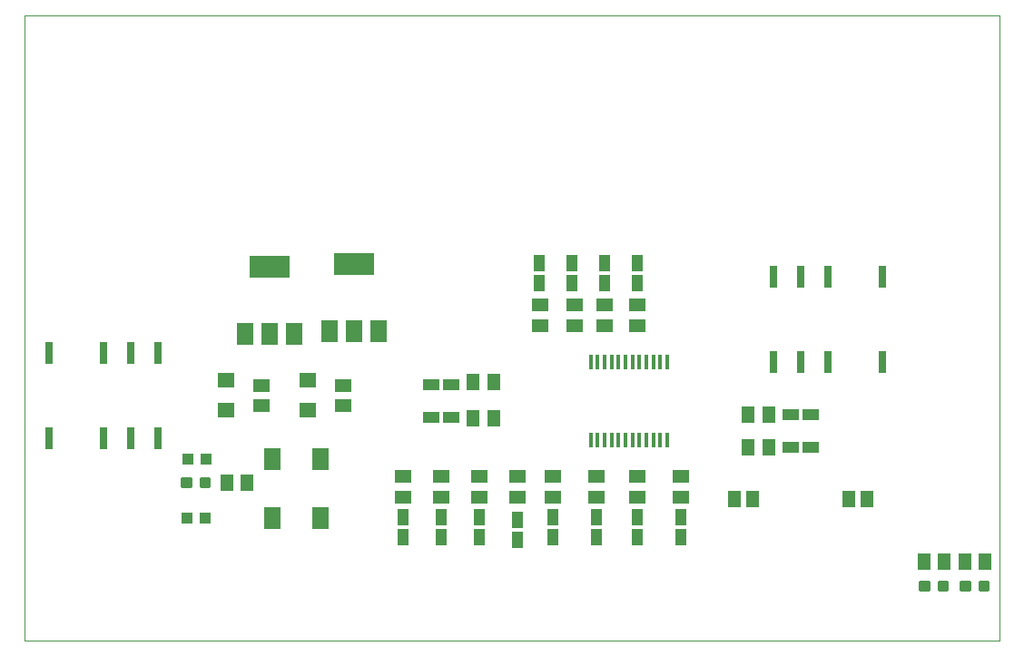
<source format=gtp>
G75*
%MOIN*%
%OFA0B0*%
%FSLAX25Y25*%
%IPPOS*%
%LPD*%
%AMOC8*
5,1,8,0,0,1.08239X$1,22.5*
%
%ADD10C,0.00000*%
%ADD11R,0.06000X0.05000*%
%ADD12R,0.05000X0.06000*%
%ADD13R,0.06299X0.05512*%
%ADD14R,0.06299X0.08268*%
%ADD15R,0.05900X0.07900*%
%ADD16R,0.15000X0.07900*%
%ADD17R,0.03937X0.05906*%
%ADD18R,0.05906X0.03937*%
%ADD19R,0.01370X0.05500*%
%ADD20C,0.01181*%
%ADD21R,0.05118X0.06299*%
%ADD22R,0.04331X0.03937*%
%ADD23R,0.05118X0.05906*%
%ADD24R,0.02500X0.07874*%
D10*
X0062595Y0011650D02*
X0062595Y0241150D01*
X0420595Y0241150D01*
X0420595Y0011650D01*
X0062595Y0011650D01*
D11*
X0201595Y0064400D03*
X0201595Y0071900D03*
X0215595Y0071900D03*
X0215595Y0064400D03*
X0229595Y0064400D03*
X0229595Y0071900D03*
X0243595Y0071900D03*
X0243595Y0064400D03*
X0256595Y0064400D03*
X0256595Y0071900D03*
X0272595Y0071900D03*
X0272595Y0064400D03*
X0287595Y0064400D03*
X0287595Y0071900D03*
X0303595Y0071900D03*
X0303595Y0064400D03*
X0287595Y0127400D03*
X0275595Y0127400D03*
X0264595Y0127400D03*
X0264595Y0134900D03*
X0275595Y0134900D03*
X0287595Y0134900D03*
X0252095Y0134900D03*
X0252095Y0127400D03*
X0179595Y0105400D03*
X0179595Y0097900D03*
X0149595Y0097900D03*
X0149595Y0105400D03*
D12*
X0227345Y0106650D03*
X0234845Y0106650D03*
X0234845Y0093150D03*
X0227345Y0093150D03*
X0328345Y0094650D03*
X0335845Y0094650D03*
X0335845Y0082650D03*
X0328345Y0082650D03*
D13*
X0166595Y0096138D03*
X0166595Y0107162D03*
X0136595Y0107162D03*
X0136595Y0096138D03*
D14*
X0153737Y0078150D03*
X0171453Y0078150D03*
X0171453Y0056650D03*
X0153737Y0056650D03*
D15*
X0152695Y0124250D03*
X0143695Y0124250D03*
X0161695Y0124250D03*
X0174695Y0125250D03*
X0183695Y0125250D03*
X0192695Y0125250D03*
D16*
X0183595Y0150050D03*
X0152595Y0149050D03*
D17*
X0251595Y0150351D03*
X0251595Y0142949D03*
X0263595Y0142949D03*
X0263595Y0150351D03*
X0275595Y0150351D03*
X0275595Y0142949D03*
X0287595Y0142949D03*
X0287595Y0150351D03*
X0287595Y0056851D03*
X0287595Y0049449D03*
X0272595Y0049449D03*
X0272595Y0056851D03*
X0256595Y0056851D03*
X0256595Y0049449D03*
X0243595Y0048449D03*
X0243595Y0055851D03*
X0229595Y0056851D03*
X0229595Y0049449D03*
X0215595Y0049449D03*
X0215595Y0056851D03*
X0201595Y0056851D03*
X0201595Y0049449D03*
X0303595Y0049449D03*
X0303595Y0056851D03*
D18*
X0343894Y0082650D03*
X0351296Y0082650D03*
X0351296Y0094650D03*
X0343894Y0094650D03*
X0219296Y0093650D03*
X0211894Y0093650D03*
X0211894Y0105650D03*
X0219296Y0105650D03*
D19*
X0270520Y0114044D03*
X0273079Y0114044D03*
X0275638Y0114044D03*
X0278198Y0114044D03*
X0280757Y0114044D03*
X0283316Y0114044D03*
X0285875Y0114044D03*
X0288434Y0114044D03*
X0290993Y0114044D03*
X0293552Y0114044D03*
X0296111Y0114044D03*
X0298670Y0114044D03*
X0298670Y0085256D03*
X0296111Y0085256D03*
X0293552Y0085256D03*
X0290993Y0085256D03*
X0288434Y0085256D03*
X0285875Y0085256D03*
X0283316Y0085256D03*
X0280757Y0085256D03*
X0278198Y0085256D03*
X0275638Y0085256D03*
X0273079Y0085256D03*
X0270520Y0085256D03*
D20*
X0394520Y0033028D02*
X0394520Y0030272D01*
X0391764Y0030272D01*
X0391764Y0033028D01*
X0394520Y0033028D01*
X0394520Y0031452D02*
X0391764Y0031452D01*
X0391764Y0032632D02*
X0394520Y0032632D01*
X0401426Y0033028D02*
X0401426Y0030272D01*
X0398670Y0030272D01*
X0398670Y0033028D01*
X0401426Y0033028D01*
X0401426Y0031452D02*
X0398670Y0031452D01*
X0398670Y0032632D02*
X0401426Y0032632D01*
X0406764Y0033028D02*
X0406764Y0030272D01*
X0406764Y0033028D02*
X0409520Y0033028D01*
X0409520Y0030272D01*
X0406764Y0030272D01*
X0406764Y0031452D02*
X0409520Y0031452D01*
X0409520Y0032632D02*
X0406764Y0032632D01*
X0413670Y0033028D02*
X0413670Y0030272D01*
X0413670Y0033028D02*
X0416426Y0033028D01*
X0416426Y0030272D01*
X0413670Y0030272D01*
X0413670Y0031452D02*
X0416426Y0031452D01*
X0416426Y0032632D02*
X0413670Y0032632D01*
X0127670Y0068272D02*
X0127670Y0071028D01*
X0130426Y0071028D01*
X0130426Y0068272D01*
X0127670Y0068272D01*
X0127670Y0069452D02*
X0130426Y0069452D01*
X0130426Y0070632D02*
X0127670Y0070632D01*
X0120764Y0071028D02*
X0120764Y0068272D01*
X0120764Y0071028D02*
X0123520Y0071028D01*
X0123520Y0068272D01*
X0120764Y0068272D01*
X0120764Y0069452D02*
X0123520Y0069452D01*
X0123520Y0070632D02*
X0120764Y0070632D01*
D21*
X0136855Y0069650D03*
X0144335Y0069650D03*
X0392855Y0040650D03*
X0400335Y0040650D03*
X0407855Y0040650D03*
X0415335Y0040650D03*
D22*
X0128942Y0056650D03*
X0122249Y0056650D03*
X0122749Y0078150D03*
X0129442Y0078150D03*
D23*
X0323249Y0063650D03*
X0329942Y0063650D03*
X0365249Y0063650D03*
X0371942Y0063650D03*
D24*
X0377595Y0113902D03*
X0357595Y0113902D03*
X0347595Y0113902D03*
X0337595Y0113902D03*
X0337595Y0145398D03*
X0347595Y0145398D03*
X0357595Y0145398D03*
X0377595Y0145398D03*
X0111595Y0117398D03*
X0101595Y0117398D03*
X0091595Y0117398D03*
X0071595Y0117398D03*
X0071595Y0085902D03*
X0091595Y0085902D03*
X0101595Y0085902D03*
X0111595Y0085902D03*
M02*

</source>
